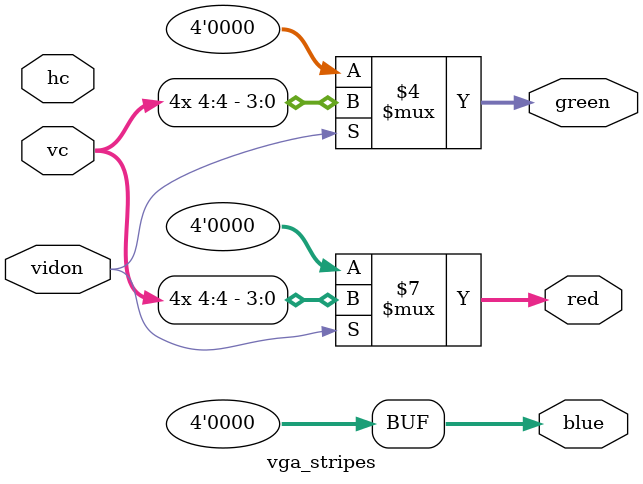
<source format=v>
`timescale 1ns / 1ps


module vga_stripes(
    input wire vidon,
    input wire [10:0] hc, vc,
    output reg [3:0] red, green,
    output reg [3:0] blue
    );
    
// Piros és zöld csíkok megjelenítése 16 sor szélesen
    always@(*)
        begin
            red = 0;
            green = 0;
            blue = 0;
            if (vidon == 1)
                begin
                    red = {vc[4], vc[4], vc[4], vc[4]};
                    green = {vc[4], vc[4], vc[4], vc[4]};
                end
        end
    
endmodule

</source>
